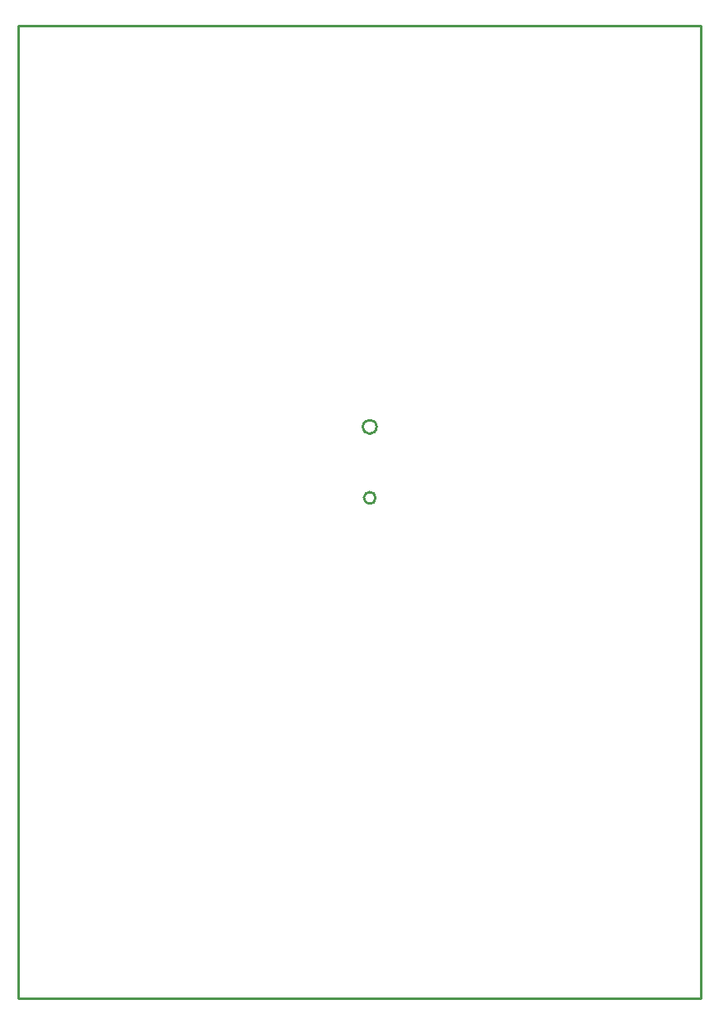
<source format=gko>
G04*
G04 #@! TF.GenerationSoftware,Altium Limited,Altium Designer,19.0.4 (130)*
G04*
G04 Layer_Color=16711935*
%FSTAX25Y25*%
%MOIN*%
G70*
G01*
G75*
%ADD10C,0.01000*%
D10*
X0143937Y020139D02*
G03*
X0143937Y020139I-0002362J0D01*
G01*
X0144331Y0229933D02*
G03*
X0144331Y0229933I-0002756J0D01*
G01*
X0Y-0D02*
Y0391339D01*
X0274803D01*
Y0D02*
Y0391339D01*
X0Y-0D02*
X0274803Y0D01*
M02*

</source>
